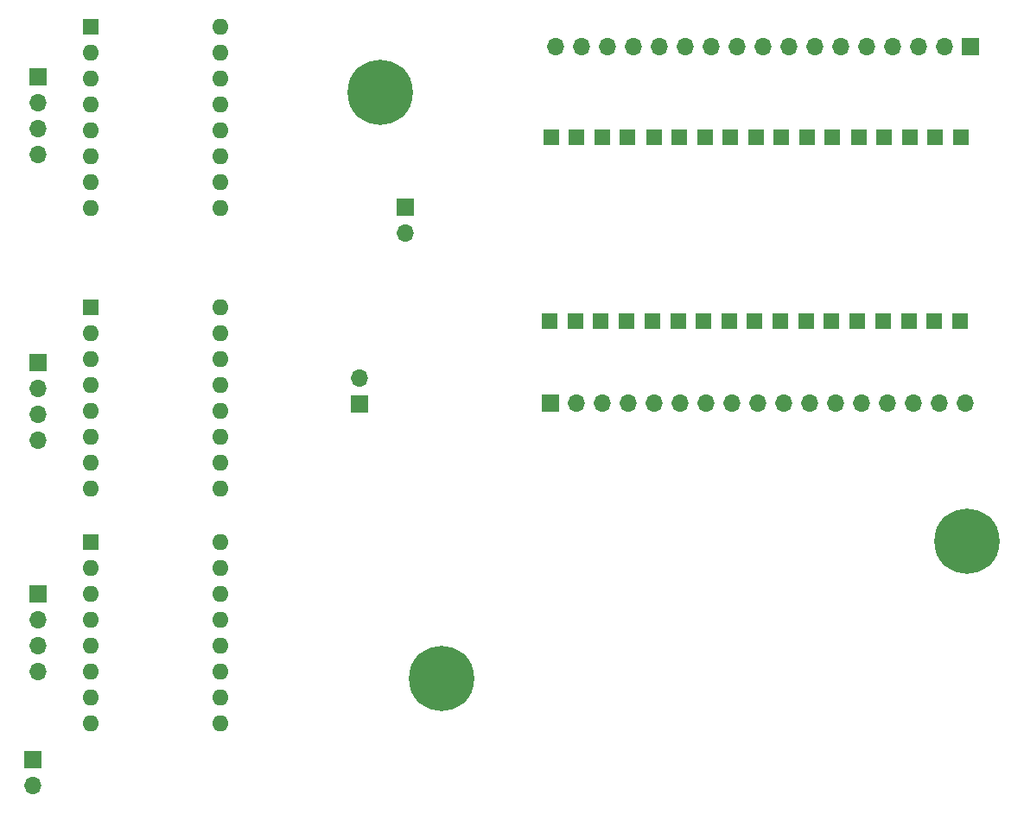
<source format=gbs>
%TF.GenerationSoftware,KiCad,Pcbnew,(6.0.7)*%
%TF.CreationDate,2023-11-16T10:53:28-06:00*%
%TF.ProjectId,Robot_arm,526f626f-745f-4617-926d-2e6b69636164,rev?*%
%TF.SameCoordinates,Original*%
%TF.FileFunction,Soldermask,Bot*%
%TF.FilePolarity,Negative*%
%FSLAX46Y46*%
G04 Gerber Fmt 4.6, Leading zero omitted, Abs format (unit mm)*
G04 Created by KiCad (PCBNEW (6.0.7)) date 2023-11-16 10:53:28*
%MOMM*%
%LPD*%
G01*
G04 APERTURE LIST*
%ADD10C,0.800000*%
%ADD11C,6.400000*%
%ADD12R,1.700000X1.700000*%
%ADD13O,1.700000X1.700000*%
%ADD14R,1.524000X1.524000*%
%ADD15R,1.600000X1.600000*%
%ADD16O,1.600000X1.600000*%
G04 APERTURE END LIST*
D10*
%TO.C,H3*%
X109500000Y-50600000D03*
X111197056Y-54697056D03*
X111197056Y-51302944D03*
X111900000Y-53000000D03*
D11*
X109500000Y-53000000D03*
D10*
X109500000Y-55400000D03*
X107802944Y-51302944D03*
X107802944Y-54697056D03*
X107100000Y-53000000D03*
%TD*%
%TO.C,H2*%
X167000000Y-94600000D03*
X168697056Y-98697056D03*
X168697056Y-95302944D03*
X169400000Y-97000000D03*
D11*
X167000000Y-97000000D03*
D10*
X167000000Y-99400000D03*
X165302944Y-95302944D03*
X165302944Y-98697056D03*
X164600000Y-97000000D03*
%TD*%
%TO.C,H1*%
X115500000Y-108100000D03*
X117197056Y-112197056D03*
X117197056Y-108802944D03*
X117900000Y-110500000D03*
D11*
X115500000Y-110500000D03*
D10*
X115500000Y-112900000D03*
X113802944Y-108802944D03*
X113802944Y-112197056D03*
X113100000Y-110500000D03*
%TD*%
D12*
%TO.C,J8*%
X107500000Y-83540000D03*
D13*
X107500000Y-81000000D03*
%TD*%
D14*
%TO.C,U1*%
X126237932Y-57437500D03*
X128737932Y-57437500D03*
X131237932Y-57437500D03*
X133737932Y-57437500D03*
X136312932Y-57437500D03*
X138812932Y-57437500D03*
X141312932Y-57437500D03*
X143812932Y-57437500D03*
X146312932Y-57437500D03*
X148812932Y-57437500D03*
X151312932Y-57437500D03*
X153812932Y-57437500D03*
X156387932Y-57437500D03*
X158887932Y-57437500D03*
X161387932Y-57437500D03*
X163887932Y-57437500D03*
X166387932Y-57437500D03*
X166287932Y-75412500D03*
X163787932Y-75412500D03*
X161287932Y-75412500D03*
X158787932Y-75412500D03*
X156287932Y-75412500D03*
X153712932Y-75412500D03*
X151212932Y-75412500D03*
X148712932Y-75412500D03*
X146212932Y-75412500D03*
X143712932Y-75412500D03*
X141212932Y-75412500D03*
X138712932Y-75412500D03*
X136212932Y-75412500D03*
X133637932Y-75412500D03*
X131137932Y-75412500D03*
X128637932Y-75412500D03*
X126137932Y-75412500D03*
%TD*%
D12*
%TO.C,J4*%
X167325000Y-48500000D03*
D13*
X164785000Y-48500000D03*
X162245000Y-48500000D03*
X159705000Y-48500000D03*
X157165000Y-48500000D03*
X154625000Y-48500000D03*
X152085000Y-48500000D03*
X149545000Y-48500000D03*
X147005000Y-48500000D03*
X144465000Y-48500000D03*
X141925000Y-48500000D03*
X139385000Y-48500000D03*
X136845000Y-48500000D03*
X134305000Y-48500000D03*
X131765000Y-48500000D03*
X129225000Y-48500000D03*
X126685000Y-48500000D03*
%TD*%
D12*
%TO.C,J6*%
X75500000Y-118500000D03*
D13*
X75500000Y-121040000D03*
%TD*%
D12*
%TO.C,J7*%
X112000000Y-64230000D03*
D13*
X112000000Y-66770000D03*
%TD*%
D12*
%TO.C,J5*%
X126175000Y-83500000D03*
D13*
X128715000Y-83500000D03*
X131255000Y-83500000D03*
X133795000Y-83500000D03*
X136335000Y-83500000D03*
X138875000Y-83500000D03*
X141415000Y-83500000D03*
X143955000Y-83500000D03*
X146495000Y-83500000D03*
X149035000Y-83500000D03*
X151575000Y-83500000D03*
X154115000Y-83500000D03*
X156655000Y-83500000D03*
X159195000Y-83500000D03*
X161735000Y-83500000D03*
X164275000Y-83500000D03*
X166815000Y-83500000D03*
%TD*%
D15*
%TO.C,A3*%
X81160000Y-74110000D03*
D16*
X81160000Y-76650000D03*
X81160000Y-79190000D03*
X81160000Y-81730000D03*
X81160000Y-84270000D03*
X81160000Y-86810000D03*
X81160000Y-89350000D03*
X81160000Y-91890000D03*
X93860000Y-91890000D03*
X93860000Y-89350000D03*
X93860000Y-86810000D03*
X93860000Y-84270000D03*
X93860000Y-81730000D03*
X93860000Y-79190000D03*
X93860000Y-76650000D03*
X93860000Y-74110000D03*
%TD*%
D12*
%TO.C,J2*%
X76000000Y-51500000D03*
D13*
X76000000Y-54040000D03*
X76000000Y-56580000D03*
X76000000Y-59120000D03*
%TD*%
D15*
%TO.C,A2*%
X81160000Y-46610000D03*
D16*
X81160000Y-49150000D03*
X81160000Y-51690000D03*
X81160000Y-54230000D03*
X81160000Y-56770000D03*
X81160000Y-59310000D03*
X81160000Y-61850000D03*
X81160000Y-64390000D03*
X93860000Y-64390000D03*
X93860000Y-61850000D03*
X93860000Y-59310000D03*
X93860000Y-56770000D03*
X93860000Y-54230000D03*
X93860000Y-51690000D03*
X93860000Y-49150000D03*
X93860000Y-46610000D03*
%TD*%
D12*
%TO.C,J1*%
X76000000Y-102200000D03*
D13*
X76000000Y-104740000D03*
X76000000Y-107280000D03*
X76000000Y-109820000D03*
%TD*%
D12*
%TO.C,J3*%
X76000000Y-79500000D03*
D13*
X76000000Y-82040000D03*
X76000000Y-84580000D03*
X76000000Y-87120000D03*
%TD*%
D15*
%TO.C,A1*%
X81160000Y-97110000D03*
D16*
X81160000Y-99650000D03*
X81160000Y-102190000D03*
X81160000Y-104730000D03*
X81160000Y-107270000D03*
X81160000Y-109810000D03*
X81160000Y-112350000D03*
X81160000Y-114890000D03*
X93860000Y-114890000D03*
X93860000Y-112350000D03*
X93860000Y-109810000D03*
X93860000Y-107270000D03*
X93860000Y-104730000D03*
X93860000Y-102190000D03*
X93860000Y-99650000D03*
X93860000Y-97110000D03*
%TD*%
M02*

</source>
